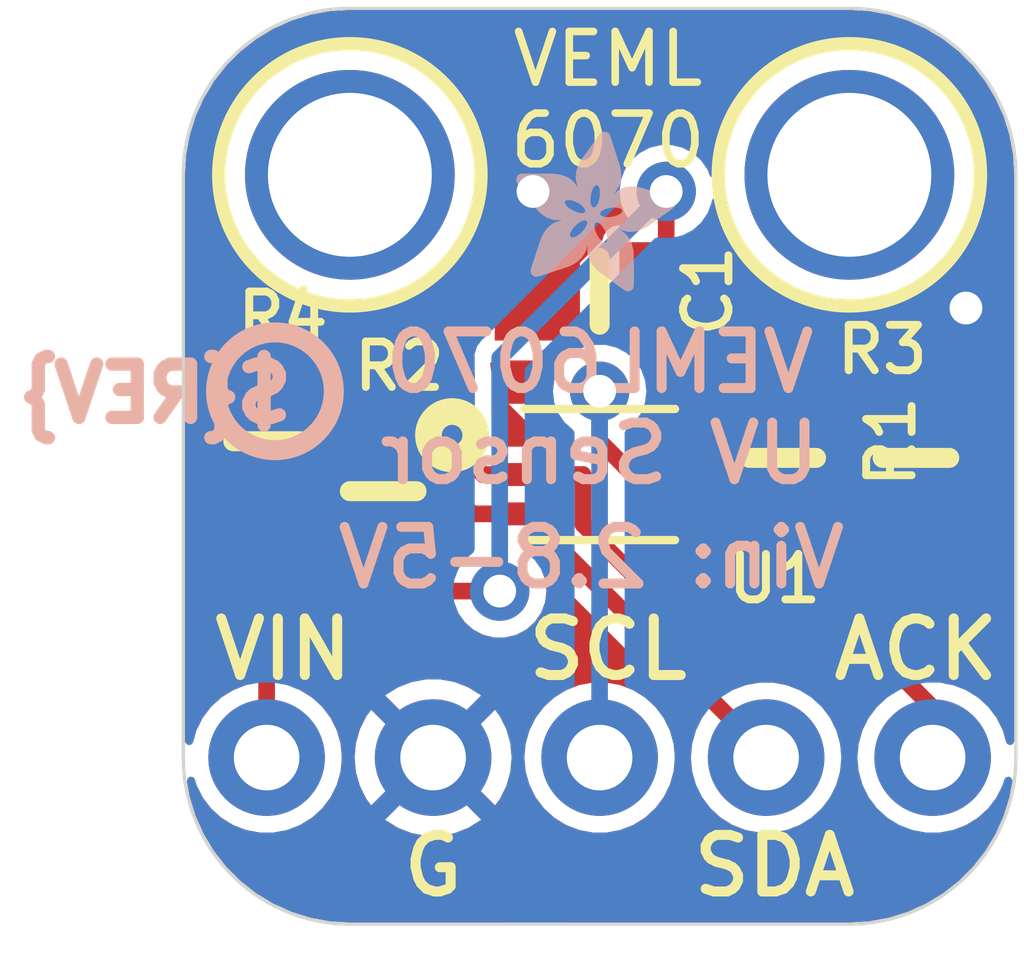
<source format=kicad_pcb>
(kicad_pcb (version 20221018) (generator pcbnew)
  (layers (0 "F.Cu" signal) (31 "B.Cu" signal) (34 "B.Paste" user) (35 "F.Paste" user) (36 "B.SilkS" user "B.Silkscreen") (37 "F.SilkS" user "F.Silkscreen") (38 "B.Mask" user) (39 "F.Mask" user) (44 "Edge.Cuts" user))
  (net 0 "")
  (net 1 "VDD")
  (net 2 "GND")
  (net 3 "SCL")
  (net 4 "SDA")
  (net 5 "ACK")
  (net 6 "SET")
  (footprint "working:FIDUCIAL_1MM" (layer "F.Cu") (at 147.4851 111.2266)
    (fp_text reference "FID1" hide)
    (fp_text value "FIDUCIAL\"\"" hide)
    (pad "1" smd roundrect (at 0 0) (size 1 1) (layers "F.Cu" "F.Mask") (roundrect_rratio 0.5))
  )
  (footprint "working:MOUNTINGHOLE_2.5_PLATED" (layer "F.Cu") (at 152.3111 100.5586)
    (fp_text reference "U$11" hide)
    (fp_text value "MOUNTINGHOLE2.5" hide)
    (pad "P$1" thru_hole circle (at 0 0) (size 3.2 3.2) (drill 2.5) (layers "*.Cu" "*.Mask"))
    (zone (net 0) (net_name "") (layer "F.Cu") (connect_pads (clearance 0)) (min_thickness 0.25)
      (keepout (tracks not_allowed) (vias not_allowed) (pads not_allowed) (copperpour not_allowed) (footprints allowed))
      (fill (thermal_gap 0.5) (thermal_bridge_width 0.5))
      (polygon (pts (xy 154.3271 100.5586) (xy 154.30748 100.278027) (xy 154.249004 100.002915) (xy 154.152808 99.738619) (xy 154.020765 99.490283) (xy 153.855446 99.26274) (xy 153.660067 99.06042) (xy 153.438433 98.88726) (xy 153.194856 98.746631) (xy 152.934078 98.64127) (xy 152.661175 98.573228) (xy 152.381457 98.543828) (xy 152.100371 98.553644) (xy 151.823385 98.602484) (xy 151.555893 98.689397) (xy 151.3031 98.812693) (xy 151.069926 98.96997) (xy 150.860911 99.158169) (xy 150.680122 99.373625) (xy 150.531078 99.612145) (xy 150.41668 99.869087) (xy 150.339154 100.13945) (xy 150.300011 100.417971) (xy 150.300011 100.699229) (xy 150.339154 100.97775) (xy 150.41668 101.248113) (xy 150.531078 101.505055) (xy 150.680122 101.743575) (xy 150.860911 101.959031) (xy 151.069926 102.14723) (xy 151.3031 102.304507) (xy 151.555893 102.427803) (xy 151.823385 102.514716) (xy 152.100371 102.563556) (xy 152.381457 102.573372) (xy 152.661175 102.543972) (xy 152.934078 102.47593) (xy 153.194856 102.370569) (xy 153.438433 102.22994) (xy 153.660067 102.05678) (xy 153.855446 101.85446) (xy 154.020765 101.626917) (xy 154.152808 101.378581) (xy 154.249004 101.114285) (xy 154.30748 100.839173)))
      (polygon (pts (xy 152.2951 100.5586) (xy 152.299786 100.569914) (xy 152.3111 100.5746) (xy 152.322414 100.569914) (xy 152.3271 100.5586) (xy 152.322414 100.547286) (xy 152.3111 100.5426) (xy 152.299786 100.547286)))
    )
    (zone (net 0) (net_name "") (layer "B.Cu") (connect_pads (clearance 0)) (min_thickness 0.25)
      (keepout (tracks not_allowed) (vias not_allowed) (pads not_allowed) (copperpour not_allowed) (footprints allowed))
      (fill (thermal_gap 0.5) (thermal_bridge_width 0.5))
      (polygon (pts (xy 154.3271 100.5586) (xy 154.30748 100.278027) (xy 154.249004 100.002915) (xy 154.152808 99.738619) (xy 154.020765 99.490283) (xy 153.855446 99.26274) (xy 153.660067 99.06042) (xy 153.438433 98.88726) (xy 153.194856 98.746631) (xy 152.934078 98.64127) (xy 152.661175 98.573228) (xy 152.381457 98.543828) (xy 152.100371 98.553644) (xy 151.823385 98.602484) (xy 151.555893 98.689397) (xy 151.3031 98.812693) (xy 151.069926 98.96997) (xy 150.860911 99.158169) (xy 150.680122 99.373625) (xy 150.531078 99.612145) (xy 150.41668 99.869087) (xy 150.339154 100.13945) (xy 150.300011 100.417971) (xy 150.300011 100.699229) (xy 150.339154 100.97775) (xy 150.41668 101.248113) (xy 150.531078 101.505055) (xy 150.680122 101.743575) (xy 150.860911 101.959031) (xy 151.069926 102.14723) (xy 151.3031 102.304507) (xy 151.555893 102.427803) (xy 151.823385 102.514716) (xy 152.100371 102.563556) (xy 152.381457 102.573372) (xy 152.661175 102.543972) (xy 152.934078 102.47593) (xy 153.194856 102.370569) (xy 153.438433 102.22994) (xy 153.660067 102.05678) (xy 153.855446 101.85446) (xy 154.020765 101.626917) (xy 154.152808 101.378581) (xy 154.249004 101.114285) (xy 154.30748 100.839173)))
      (polygon (pts (xy 152.2951 100.5586) (xy 152.299786 100.569914) (xy 152.3111 100.5746) (xy 152.322414 100.569914) (xy 152.3271 100.5586) (xy 152.322414 100.547286) (xy 152.3111 100.5426) (xy 152.299786 100.547286)))
    )
  )
  (footprint "working:0805-NO" (layer "F.Cu") (at 148.5011 102.3366 180)
    (fp_text reference "C1" (at -1.651 0.762 90) (layer "F.SilkS") (effects (font (size 0.692831 0.692831) (thickness 0.119969)) (justify right)))
    (fp_text value "10uF")
    (pad "1" smd rect (at -0.95 0 180) (size 1.3 1.5) (layers "F.Cu" "F.Paste" "F.Mask") (net 1 "VDD"))
    (pad "2" smd rect (at 0.95 0 180) (size 1.3 1.5) (layers "F.Cu" "F.Paste" "F.Mask") (net 2 "GND"))
  )
  (footprint "working:VEML6070" (layer "F.Cu") (at 148.5011 105.1306)
    (fp_text reference "U1" (at 1.897 1.59) (layer "F.SilkS") (effects (font (size 0.692831 0.692831) (thickness 0.119969)) (justify left)))
    (fp_text value "VEML6070")
    (pad "1" smd rect (at -1.125 -0.6) (size 1 0.35) (layers "F.Cu" "F.Paste" "F.Mask") (net 2 "GND"))
    (pad "2" smd rect (at -1.125 0) (size 1 0.35) (layers "F.Cu" "F.Paste" "F.Mask") (net 5 "ACK"))
    (pad "3" smd rect (at -1.125 0.6) (size 1 0.35) (layers "F.Cu" "F.Paste" "F.Mask") (net 4 "SDA"))
    (pad "4" smd rect (at 1.125 0.6) (size 1 0.35) (layers "F.Cu" "F.Paste" "F.Mask") (net 6 "SET"))
    (pad "5" smd rect (at 1.125 0) (size 1 0.35) (layers "F.Cu" "F.Paste" "F.Mask") (net 3 "SCL"))
    (pad "6" smd rect (at 1.125 -0.6) (size 1 0.35) (layers "F.Cu" "F.Paste" "F.Mask") (net 1 "VDD"))
  )
  (footprint "working:1X05_ROUND_70" (layer "F.Cu") (at 148.5011 109.4486)
    (fp_text reference "JP1" hide)
    (fp_text value "")
    (pad "1" thru_hole circle (at -5.08 0 90) (size 1.778 1.778) (drill 1) (layers "*.Cu" "*.Mask") (net 1 "VDD"))
    (pad "2" thru_hole circle (at -2.54 0 90) (size 1.778 1.778) (drill 1) (layers "*.Cu" "*.Mask") (net 2 "GND"))
    (pad "3" thru_hole circle (at 0 0 90) (size 1.778 1.778) (drill 1) (layers "*.Cu" "*.Mask") (net 3 "SCL"))
    (pad "4" thru_hole circle (at 2.54 0 90) (size 1.778 1.778) (drill 1) (layers "*.Cu" "*.Mask") (net 4 "SDA"))
    (pad "5" thru_hole circle (at 5.08 0 90) (size 1.778 1.778) (drill 1) (layers "*.Cu" "*.Mask") (net 5 "ACK"))
  )
  (footprint "working:0805-NO" (layer "F.Cu") (at 151.2951 104.8766 90)
    (fp_text reference "R1" (at -0.508 1.651 90) (layer "F.SilkS") (effects (font (size 0.692831 0.692831) (thickness 0.119969)) (justify left)))
    (fp_text value "10K")
    (pad "1" smd rect (at -0.95 0 90) (size 1.3 1.5) (layers "F.Cu" "F.Paste" "F.Mask") (net 3 "SCL"))
    (pad "2" smd rect (at 0.95 0 90) (size 1.3 1.5) (layers "F.Cu" "F.Paste" "F.Mask") (net 1 "VDD"))
  )
  (footprint "working:MOUNTINGHOLE_2.5_PLATED" (layer "F.Cu") (at 144.6911 100.5586)
    (fp_text reference "U$10" hide)
    (fp_text value "MOUNTINGHOLE2.5" hide)
    (pad "P$1" thru_hole circle (at 0 0) (size 3.2 3.2) (drill 2.5) (layers "*.Cu" "*.Mask"))
    (zone (net 0) (net_name "") (layer "F.Cu") (connect_pads (clearance 0)) (min_thickness 0.25)
      (keepout (tracks not_allowed) (vias not_allowed) (pads not_allowed) (copperpour not_allowed) (footprints allowed))
      (fill (thermal_gap 0.5) (thermal_bridge_width 0.5))
      (polygon (pts (xy 146.7071 100.5586) (xy 146.68748 100.278027) (xy 146.629004 100.002915) (xy 146.532808 99.738619) (xy 146.400765 99.490283) (xy 146.235446 99.26274) (xy 146.040067 99.06042) (xy 145.818433 98.88726) (xy 145.574856 98.746631) (xy 145.314078 98.64127) (xy 145.041175 98.573228) (xy 144.761457 98.543828) (xy 144.480371 98.553644) (xy 144.203385 98.602484) (xy 143.935893 98.689397) (xy 143.6831 98.812693) (xy 143.449926 98.96997) (xy 143.240911 99.158169) (xy 143.060122 99.373625) (xy 142.911078 99.612145) (xy 142.79668 99.869087) (xy 142.719154 100.13945) (xy 142.680011 100.417971) (xy 142.680011 100.699229) (xy 142.719154 100.97775) (xy 142.79668 101.248113) (xy 142.911078 101.505055) (xy 143.060122 101.743575) (xy 143.240911 101.959031) (xy 143.449926 102.14723) (xy 143.6831 102.304507) (xy 143.935893 102.427803) (xy 144.203385 102.514716) (xy 144.480371 102.563556) (xy 144.761457 102.573372) (xy 145.041175 102.543972) (xy 145.314078 102.47593) (xy 145.574856 102.370569) (xy 145.818433 102.22994) (xy 146.040067 102.05678) (xy 146.235446 101.85446) (xy 146.400765 101.626917) (xy 146.532808 101.378581) (xy 146.629004 101.114285) (xy 146.68748 100.839173)))
      (polygon (pts (xy 144.6751 100.5586) (xy 144.679786 100.569914) (xy 144.6911 100.5746) (xy 144.702414 100.569914) (xy 144.7071 100.5586) (xy 144.702414 100.547286) (xy 144.6911 100.5426) (xy 144.679786 100.547286)))
    )
    (zone (net 0) (net_name "") (layer "B.Cu") (connect_pads (clearance 0)) (min_thickness 0.25)
      (keepout (tracks not_allowed) (vias not_allowed) (pads not_allowed) (copperpour not_allowed) (footprints allowed))
      (fill (thermal_gap 0.5) (thermal_bridge_width 0.5))
      (polygon (pts (xy 146.7071 100.5586) (xy 146.68748 100.278027) (xy 146.629004 100.002915) (xy 146.532808 99.738619) (xy 146.400765 99.490283) (xy 146.235446 99.26274) (xy 146.040067 99.06042) (xy 145.818433 98.88726) (xy 145.574856 98.746631) (xy 145.314078 98.64127) (xy 145.041175 98.573228) (xy 144.761457 98.543828) (xy 144.480371 98.553644) (xy 144.203385 98.602484) (xy 143.935893 98.689397) (xy 143.6831 98.812693) (xy 143.449926 98.96997) (xy 143.240911 99.158169) (xy 143.060122 99.373625) (xy 142.911078 99.612145) (xy 142.79668 99.869087) (xy 142.719154 100.13945) (xy 142.680011 100.417971) (xy 142.680011 100.699229) (xy 142.719154 100.97775) (xy 142.79668 101.248113) (xy 142.911078 101.505055) (xy 143.060122 101.743575) (xy 143.240911 101.959031) (xy 143.449926 102.14723) (xy 143.6831 102.304507) (xy 143.935893 102.427803) (xy 144.203385 102.514716) (xy 144.480371 102.563556) (xy 144.761457 102.573372) (xy 145.041175 102.543972) (xy 145.314078 102.47593) (xy 145.574856 102.370569) (xy 145.818433 102.22994) (xy 146.040067 102.05678) (xy 146.235446 101.85446) (xy 146.400765 101.626917) (xy 146.532808 101.378581) (xy 146.629004 101.114285) (xy 146.68748 100.839173)))
      (polygon (pts (xy 144.6751 100.5586) (xy 144.679786 100.569914) (xy 144.6911 100.5746) (xy 144.702414 100.569914) (xy 144.7071 100.5586) (xy 144.702414 100.547286) (xy 144.6911 100.5426) (xy 144.679786 100.547286)))
    )
  )
  (footprint "working:0805-NO" (layer "F.Cu") (at 143.4211 104.6226 -90)
    (fp_text reference "R4" (at -1.905 0.508) (layer "F.SilkS") (effects (font (size 0.692831 0.692831) (thickness 0.119969)) (justify left)))
    (fp_text value "10K")
    (pad "1" smd rect (at -0.95 0 270) (size 1.3 1.5) (layers "F.Cu" "F.Paste" "F.Mask") (net 5 "ACK"))
    (pad "2" smd rect (at 0.95 0 270) (size 1.3 1.5) (layers "F.Cu" "F.Paste" "F.Mask") (net 1 "VDD"))
  )
  (footprint "working:0805-NO" (layer "F.Cu") (at 145.1991 105.3846 -90)
    (fp_text reference "R2" (at -1.905 0.508) (layer "F.SilkS") (effects (font (size 0.692831 0.692831) (thickness 0.119969)) (justify left)))
    (fp_text value "10K")
    (pad "1" smd rect (at -0.95 0 270) (size 1.3 1.5) (layers "F.Cu" "F.Paste" "F.Mask") (net 4 "SDA"))
    (pad "2" smd rect (at 0.95 0 270) (size 1.3 1.5) (layers "F.Cu" "F.Paste" "F.Mask") (net 1 "VDD"))
  )
  (footprint "working:0805-NO" (layer "F.Cu") (at 153.3271 104.8766 -90)
    (fp_text reference "R3" (at -1.651 1.27) (layer "F.SilkS") (effects (font (size 0.692831 0.692831) (thickness 0.119969)) (justify left)))
    (fp_text value "270K")
    (pad "1" smd rect (at -0.95 0 270) (size 1.3 1.5) (layers "F.Cu" "F.Paste" "F.Mask") (net 2 "GND"))
    (pad "2" smd rect (at 0.95 0 270) (size 1.3 1.5) (layers "F.Cu" "F.Paste" "F.Mask") (net 6 "SET"))
  )
  (footprint "working:PCBFEAT-REV-040" (layer "B.Cu") (at 143.5481 103.8606 180)
    (fp_text reference "U$2" hide)
    (fp_text value "" hide)
    (fp_text user "${REV}" (at -0.3556 -0.508) (layer "B.SilkS") (effects (font (size 0.8128 0.8128) (thickness 0.2032)) (justify left bottom mirror)))
  )
  (footprint "working:ADAFRUIT_2.5MM" (layer "B.Cu") (at 147.2311 102.3366 90)
    (fp_text reference "U$14" hide)
    (fp_text value "" hide)
  )
  (gr_arc (start 144.6911 111.9886) (mid 142.895049 111.244651) (end 142.1511 109.4486) (stroke (width 0.05)) (layer "Edge.Cuts"))
  (gr_arc (start 142.1511 100.5586) (mid 142.895049 98.762549) (end 144.6911 98.0186) (stroke (width 0.05)) (layer "Edge.Cuts"))
  (gr_line (start 154.8511 100.5586) (end 154.8511 109.4486) (stroke (width 0.05)) (layer "Edge.Cuts"))
  (gr_arc (start 154.8511 109.4486) (mid 154.107151 111.244651) (end 152.3111 111.9886) (stroke (width 0.05)) (layer "Edge.Cuts"))
  (gr_arc (start 152.3111 98.0186) (mid 154.107151 98.762549) (end 154.8511 100.5586) (stroke (width 0.05)) (layer "Edge.Cuts"))
  (gr_line (start 144.6911 98.0186) (end 152.3111 98.0186) (stroke (width 0.05)) (layer "Edge.Cuts"))
  (gr_line (start 152.3111 111.9886) (end 144.6911 111.9886) (stroke (width 0.05)) (layer "Edge.Cuts"))
  (gr_line (start 142.1511 109.4486) (end 142.1511 100.5586) (stroke (width 0.05)) (layer "Edge.Cuts"))
  (gr_text "Vin: 2.8-5V" (at 148.3741 106.4006) (layer "B.SilkS") (effects (font (size 0.8636 0.8636) (thickness 0.1524)) (justify mirror)))
  (gr_text "VEML6070\nUV Sensor" (at 148.5011 104.1146) (layer "B.SilkS") (effects (font (size 0.8636 0.8636) (thickness 0.1524)) (justify mirror)))
  (gr_text "SDA" (at 151.1681 111.0996) (layer "F.SilkS") (effects (font (size 0.8636 0.8636) (thickness 0.1524))))
  (gr_text "VEML\n6070" (at 148.6281 99.4156) (layer "F.SilkS") (effects (font (size 0.77343 0.77343) (thickness 0.11557))))
  (gr_text "ACK" (at 153.3271 107.7976) (layer "F.SilkS") (effects (font (size 0.8636 0.8636) (thickness 0.1524))))
  (gr_text "SCL" (at 148.6281 107.7976) (layer "F.SilkS") (effects (font (size 0.8636 0.8636) (thickness 0.1524))))
  (gr_text "G" (at 145.9611 111.0996) (layer "F.SilkS") (effects (font (size 0.8636 0.8636) (thickness 0.1524))))
  (gr_text "VIN" (at 143.6751 107.7976) (layer "F.SilkS") (effects (font (size 0.8636 0.8636) (thickness 0.1524))))
  (segment (start 149.4511 102.3366) (end 151.0411 103.9266) (width 0.254) (layer "F.Cu") (net 1))
  (segment (start 149.5171 100.8126) (end 149.5171 102.5246) (width 0.254) (layer "F.Cu") (net 1))
  (segment (start 145.1991 106.3346) (end 145.7731 106.9086) (width 0.254) (layer "F.Cu") (net 1))
  (segment (start 144.1831 106.3346) (end 143.4211 105.5726) (width 0.254) (layer "F.Cu") (net 1))
  (segment (start 151.0411 103.9266) (end 151.2951 103.9266) (width 0.254) (layer "F.Cu") (net 1))
  (segment (start 149.5171 102.5246) (end 149.4511 102.3366) (width 0.254) (layer "F.Cu") (net 1))
  (segment (start 150.2301 103.9266) (end 149.6261 104.5306) (width 0.254) (layer "F.Cu") (net 1))
  (segment (start 151.2951 103.9266) (end 150.2301 103.9266) (width 0.254) (layer "F.Cu") (net 1))
  (segment (start 145.1991 106.3346) (end 144.1831 106.3346) (width 0.254) (layer "F.Cu") (net 1))
  (segment (start 145.7731 106.9086) (end 146.9771 106.9086) (width 0.254) (layer "F.Cu") (net 1))
  (segment (start 143.4211 105.5726) (end 143.4211 109.4486) (width 0.254) (layer "F.Cu") (net 1))
  (via (at 146.9771 106.9086) (size 0.9064) (drill 0.5) (layers "F.Cu" "B.Cu") (net 1))
  (via (at 149.5171 100.8126) (size 0.9064) (drill 0.5) (layers "F.Cu" "B.Cu") (net 1))
  (segment (start 146.9771 103.3526) (end 149.5171 100.8126) (width 0.254) (layer "B.Cu") (net 1))
  (segment (start 146.9771 106.9086) (end 146.9771 103.3526) (width 0.254) (layer "B.Cu") (net 1))
  (via (at 154.0891 102.5906) (size 0.9064) (drill 0.5) (layers "F.Cu" "B.Cu") (net 2))
  (via (at 147.4851 100.8126) (size 0.9064) (drill 0.5) (layers "F.Cu" "B.Cu") (net 2))
  (segment (start 149.0091 105.1306) (end 148.5011 104.6226) (width 0.254) (layer "F.Cu") (net 3))
  (segment (start 149.6261 105.1306) (end 150.5991 105.1306) (width 0.254) (layer "F.Cu") (net 3))
  (segment (start 148.5011 104.6226) (end 148.5011 103.8606) (width 0.254) (layer "F.Cu") (net 3))
  (segment (start 149.6261 105.1306) (end 149.0091 105.1306) (width 0.254) (layer "F.Cu") (net 3))
  (segment (start 150.5991 105.1306) (end 151.2951 105.8266) (width 0.254) (layer "F.Cu") (net 3))
  (via (at 148.5011 103.8606) (size 0.9064) (drill 0.5) (layers "F.Cu" "B.Cu") (net 3))
  (segment (start 148.5011 103.8606) (end 148.5011 109.4486) (width 0.254) (layer "B.Cu") (net 3))
  (segment (start 151.0411 109.3956) (end 151.0411 109.4486) (width 0.254) (layer "F.Cu") (net 4))
  (segment (start 147.3761 105.7306) (end 151.0411 109.3956) (width 0.254) (layer "F.Cu") (net 4))
  (segment (start 145.2651 104.4346) (end 146.5611 105.7306) (width 0.254) (layer "F.Cu") (net 4))
  (segment (start 146.5611 105.7306) (end 147.3761 105.7306) (width 0.254) (layer "F.Cu") (net 4))
  (segment (start 145.1991 104.4346) (end 145.2651 104.4346) (width 0.254) (layer "F.Cu") (net 4))
  (segment (start 148.2471 105.8926) (end 150.0251 107.6706) (width 0.254) (layer "F.Cu") (net 5))
  (segment (start 143.6091 103.6726) (end 144.1831 103.0986) (width 0.254) (layer "F.Cu") (net 5))
  (segment (start 152.5651 107.6706) (end 153.5811 108.6866) (width 0.254) (layer "F.Cu") (net 5))
  (segment (start 146.7231 105.1306) (end 147.3761 105.1306) (width 0.254) (layer "F.Cu") (net 5))
  (segment (start 143.4211 103.6726) (end 143.6091 103.6726) (width 0.254) (layer "F.Cu") (net 5))
  (segment (start 150.0251 107.6706) (end 152.5651 107.6706) (width 0.254) (layer "F.Cu") (net 5))
  (segment (start 146.4691 103.6066) (end 146.4691 104.8766) (width 0.254) (layer "F.Cu") (net 5))
  (segment (start 148.2471 105.1306) (end 148.2471 105.8926) (width 0.254) (layer "F.Cu") (net 5))
  (segment (start 146.4691 104.8766) (end 146.7231 105.1306) (width 0.254) (layer "F.Cu") (net 5))
  (segment (start 145.9611 103.0986) (end 146.4691 103.6066) (width 0.254) (layer "F.Cu") (net 5))
  (segment (start 144.1831 103.0986) (end 145.9611 103.0986) (width 0.254) (layer "F.Cu") (net 5))
  (segment (start 153.5811 108.6866) (end 153.5811 109.4486) (width 0.254) (layer "F.Cu") (net 5))
  (segment (start 147.3761 105.1306) (end 148.2471 105.1306) (width 0.254) (layer "F.Cu") (net 5))
  (segment (start 153.3271 106.6546) (end 153.3271 105.8266) (width 0.254) (layer "F.Cu") (net 6))
  (segment (start 149.6261 105.7306) (end 149.6261 106.5096) (width 0.254) (layer "F.Cu") (net 6))
  (segment (start 150.2791 107.1626) (end 152.8191 107.1626) (width 0.254) (layer "F.Cu") (net 6))
  (segment (start 152.8191 107.1626) (end 153.3271 106.6546) (width 0.254) (layer "F.Cu") (net 6))
  (segment (start 149.6261 106.5096) (end 150.2791 107.1626) (width 0.254) (layer "F.Cu") (net 6))
  (zone (net 2) (net_name "GND") (layer "F.Cu") (priority 6) (connect_pads (clearance 0.254)) (min_thickness 0.127) (fill yes (thermal_gap 0.304) (thermal_bridge_width 0.304))
    (polygon (pts (xy 154.9781 112.1156) (xy 142.0241 112.1156) (xy 142.0241 97.8916) (xy 154.9781 97.8916)))
  )
  (zone (net 2) (net_name "GND") (layer "B.Cu") (priority 6) (connect_pads (clearance 0.254)) (min_thickness 0.127) (fill yes (thermal_gap 0.304) (thermal_bridge_width 0.304))
    (polygon (pts (xy 154.9781 112.1156) (xy 142.0241 112.1156) (xy 142.0241 97.8916) (xy 154.9781 97.8916)))
  )
)
</source>
